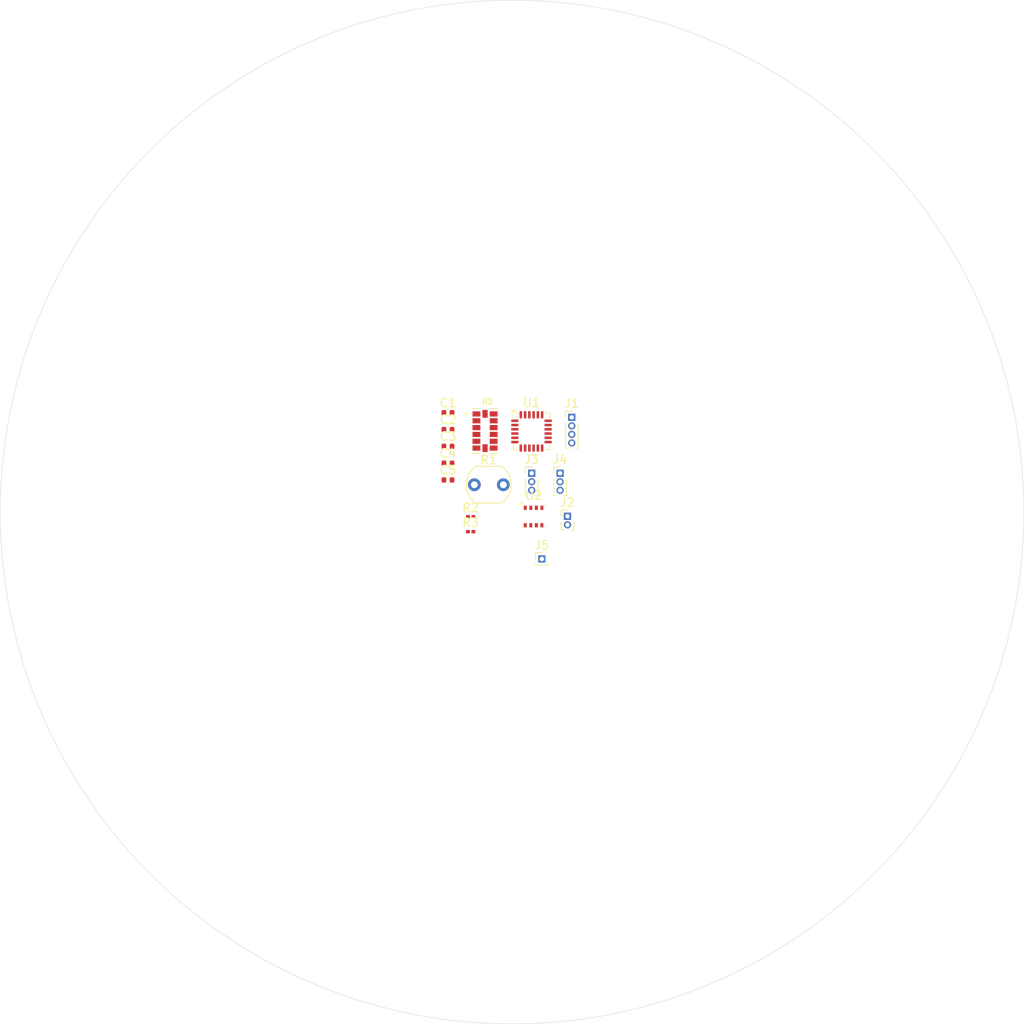
<source format=kicad_pcb>
(kicad_pcb (version 20241229) (generator "pcbnew") (generator_version "9.0")
  (layers (0 "F.Cu" signal) (2 "B.Cu" signal) (13 "F.Paste" user) (15 "B.Paste" user) (5 "F.SilkS" user "F.Silkscreen") (7 "B.SilkS" user "B.Silkscreen") (1 "F.Mask" user) (3 "B.Mask" user) (25 "Edge.Cuts" user))
  (net 0 "")
  (net 1 "Net-(U1-CPOUT)")
  (net 2 "Net-(U1-REGOUT)")
  (net 5 "+3.3V")
  (net 6 "GND")
  (net 7 "Net-(J1-Pin_4)")
  (net 8 "Net-(J1-Pin_3)")
  (net 9 "Net-(J1-Pin_1)")
  (net 10 "Net-(J1-Pin_2)")
  (net 11 "Net-(J2-Pin_1)")
  (net 12 "Net-(U2-CSB)")
  (net 13 "Net-(J3-Pin_3)")
  (net 14 "Net-(J3-Pin_1)")
  (net 15 "Net-(J3-Pin_2)")
  (net 16 "Net-(J4-Pin_3)")
  (net 17 "Net-(J4-Pin_1)")
  (net 18 "Net-(J4-Pin_2)")
  (footprint "Connector_PinHeader_1.00mm:PinHeader_1x01_P1.00mm_Vertical" (layer "F.Cu") (at 107 105)
    (property "Reference" "J5" (at 0 -1.61 0) (layer "F.SilkS"))
    (property "Value" "Conn_01x01")
    (fp_line (start -0.745 -0.735) (end 0 -0.735) (stroke (width 0.12)) (layer "F.SilkS"))
    (fp_line (start -0.745 0) (end -0.745 -0.735) (stroke (width 0.12)) (layer "F.SilkS"))
    (fp_line (start -0.745 0.735) (end -0.745 0.61) (stroke (width 0.12)) (layer "F.SilkS"))
    (fp_line (start -0.745 0.735) (end -0.685565 0.735) (stroke (width 0.12)) (layer "F.SilkS"))
    (fp_line (start -0.745 0.735) (end 0.745 0.735) (stroke (width 0.12)) (layer "F.SilkS"))
    (fp_line (start 0.685565 0.735) (end 0.745 0.735) (stroke (width 0.12)) (layer "F.SilkS"))
    (fp_line (start 0.745 0.735) (end 0.745 0.61) (stroke (width 0.12)) (layer "F.SilkS"))
    (pad "1" thru_hole rect (at 0 0) (size 0.85 0.85) (drill 0.5) (layers "*.Cu" "*.Mask") (net 6 "GND"))
  )
  (footprint "Sensor_Motion:InvenSense_QFN-24_4x4mm_P0.5mm" (layer "F.Cu") (at 105.78 90.05)
    (property "Reference" "U1" (at 0 -3.375 0) (layer "F.SilkS"))
    (property "Value" "MPU-6000")
    (fp_line (start -2.15 -1.685) (end -2.15 -1.91) (stroke (width 0.12)) (layer "F.SilkS"))
    (fp_line (start -2.15 2.15) (end -2.15 1.625) (stroke (width 0.12)) (layer "F.SilkS"))
    (fp_line (start -2.15 2.15) (end -1.625 2.15) (stroke (width 0.12)) (layer "F.SilkS"))
    (fp_line (start -1.625 -2.15) (end -1.85 -2.15) (stroke (width 0.12)) (layer "F.SilkS"))
    (fp_line (start 2.15 -2.15) (end 1.625 -2.15) (stroke (width 0.12)) (layer "F.SilkS"))
    (fp_line (start 2.15 -2.15) (end 2.15 -1.625) (stroke (width 0.12)) (layer "F.SilkS"))
    (fp_line (start 2.15 2.15) (end 1.625 2.15) (stroke (width 0.12)) (layer "F.SilkS"))
    (fp_line (start 2.15 2.15) (end 2.15 1.625) (stroke (width 0.12)) (layer "F.SilkS"))
    (fp_poly (pts (xy -2.15 -2.15) (xy -2.39 -2.48) (xy -1.91 -2.48) (xy -2.15 -2.15)) (stroke (width 0.12)) (fill yes) (layer "F.SilkS"))
    (pad "1" smd roundrect (at -1.95 -1.25) (size 0.85 0.3) (layers "F.Cu" "F.Mask" "F.Paste") (net 6 "GND"))
    (pad "2" smd roundrect (at -1.95 -0.75) (size 0.85 0.3) (layers "F.Cu" "F.Mask" "F.Paste"))
    (pad "3" smd roundrect (at -1.95 -0.25) (size 0.85 0.3) (layers "F.Cu" "F.Mask" "F.Paste"))
    (pad "4" smd roundrect (at -1.95 0.25) (size 0.85 0.3) (layers "F.Cu" "F.Mask" "F.Paste"))
    (pad "5" smd roundrect (at -1.95 0.75) (size 0.85 0.3) (layers "F.Cu" "F.Mask" "F.Paste"))
    (pad "6" smd roundrect (at -1.95 1.25) (size 0.85 0.3) (layers "F.Cu" "F.Mask" "F.Paste"))
    (pad "7" smd roundrect (at -1.25 1.95 90) (size 0.85 0.3) (layers "F.Cu" "F.Mask" "F.Paste"))
    (pad "8" smd roundrect (at -0.75 1.95 90) (size 0.85 0.3) (layers "F.Cu" "F.Mask" "F.Paste") (net 5 "+3.3V"))
    (pad "9" smd roundrect (at -0.25 1.95 90) (size 0.85 0.3) (layers "F.Cu" "F.Mask" "F.Paste") (net 10 "Net-(J1-Pin_2)"))
    (pad "10" smd roundrect (at 0.25 1.95 90) (size 0.85 0.3) (layers "F.Cu" "F.Mask" "F.Paste") (net 2 "Net-(U1-REGOUT)"))
    (pad "11" smd roundrect (at 0.75 1.95 90) (size 0.85 0.3) (layers "F.Cu" "F.Mask" "F.Paste") (net 6 "GND"))
    (pad "12" smd roundrect (at 1.25 1.95 90) (size 0.85 0.3) (layers "F.Cu" "F.Mask" "F.Paste") (net 7 "Net-(J1-Pin_4)"))
    (pad "13" smd roundrect (at 1.95 1.25) (size 0.85 0.3) (layers "F.Cu" "F.Mask" "F.Paste") (net 5 "+3.3V"))
    (pad "14" smd roundrect (at 1.95 0.75) (size 0.85 0.3) (layers "F.Cu" "F.Mask" "F.Paste"))
    (pad "15" smd roundrect (at 1.95 0.25) (size 0.85 0.3) (layers "F.Cu" "F.Mask" "F.Paste"))
    (pad "16" smd roundrect (at 1.95 -0.25) (size 0.85 0.3) (layers "F.Cu" "F.Mask" "F.Paste"))
    (pad "17" smd roundrect (at 1.95 -0.75) (size 0.85 0.3) (layers "F.Cu" "F.Mask" "F.Paste"))
    (pad "18" smd roundrect (at 1.95 -1.25) (size 0.85 0.3) (layers "F.Cu" "F.Mask" "F.Paste") (net 6 "GND"))
    (pad "19" smd roundrect (at 1.25 -1.95 90) (size 0.85 0.3) (layers "F.Cu" "F.Mask" "F.Paste"))
    (pad "20" smd roundrect (at 0.75 -1.95 90) (size 0.85 0.3) (layers "F.Cu" "F.Mask" "F.Paste") (net 1 "Net-(U1-CPOUT)"))
    (pad "21" smd roundrect (at 0.25 -1.95 90) (size 0.85 0.3) (layers "F.Cu" "F.Mask" "F.Paste"))
    (pad "22" smd roundrect (at -0.25 -1.95 90) (size 0.85 0.3) (layers "F.Cu" "F.Mask" "F.Paste"))
    (pad "23" smd roundrect (at -0.75 -1.95 90) (size 0.85 0.3) (layers "F.Cu" "F.Mask" "F.Paste") (net 9 "Net-(J1-Pin_1)"))
    (pad "24" smd roundrect (at -1.25 -1.95 90) (size 0.85 0.3) (layers "F.Cu" "F.Mask" "F.Paste") (net 8 "Net-(J1-Pin_3)"))
  )
  (footprint "Resistor_SMD:R_0201_0603Metric" (layer "F.Cu") (at 98.65 100.05)
    (property "Reference" "R2" (at 0 -1.05 0) (layer "F.SilkS"))
    (property "Value" "4.7k")
    (pad "1" smd roundrect (at -0.32 0) (size 0.46 0.4) (layers "F.Cu" "F.Mask") (net 11 "Net-(J2-Pin_1)"))
    (pad "2" smd roundrect (at 0.32 0) (size 0.46 0.4) (layers "F.Cu" "F.Mask") (net 12 "Net-(U2-CSB)"))
  )
  (footprint "OptoDevice:R_LDR_5.1x4.3mm_P3.4mm_Vertical" (layer "F.Cu") (at 99.08 96.3)
    (property "Reference" "R1" (at 1.7 -2.9 0) (layer "F.SilkS"))
    (property "Value" "LDR07")
    (fp_line (start 0.15 -2.15) (end 3.2 -2.15) (stroke (width 0.12)) (layer "F.SilkS"))
    (fp_line (start 0.15 2.15) (end 3.2 2.15) (stroke (width 0.12)) (layer "F.SilkS"))
    (fp_arc (start 0.15 2.15) (mid -0.950438 -0.013368) (end 0.171766 -2.165525) (stroke (width 0.12)) (layer "F.SilkS"))
    (fp_arc (start 3.2 -2.15) (mid 4.321403 -0.027338) (end 3.244513 2.118249) (stroke (width 0.12)) (layer "F.SilkS"))
    (pad "1" thru_hole circle (at 0 0) (size 1.5 1.5) (drill 0.8) (layers "*.Cu" "*.Mask") (net 5 "+3.3V"))
    (pad "2" thru_hole circle (at 3.4 0) (size 1.5 1.5) (drill 0.8) (layers "*.Cu" "*.Mask") (net 6 "GND"))
  )
  (footprint "ADXL375BCCZ-RL7 (1):PQFN80P500X300X100-14N" (layer "F.Cu") (at 100.335 90)
    (property "Reference" "U3" (at 0.282 -3.4564 0) (layer "F.SilkS") (effects (font (size 0.64 0.64))))
    (property "Value" "~")
    (fp_line (start -1.5 -2.625) (end -0.63 -2.625) (stroke (width 0.127)) (layer "F.SilkS"))
    (fp_line (start -1.5 2.625) (end -0.63 2.625) (stroke (width 0.127)) (layer "F.SilkS"))
    (fp_line (start 1.5 -2.625) (end 0.63 -2.625) (stroke (width 0.127)) (layer "F.SilkS"))
    (fp_line (start 1.5 2.625) (end 0.63 2.625) (stroke (width 0.127)) (layer "F.SilkS"))
    (fp_circle (center -2.21 -2) (end -2.11 -2) (stroke (width 0.2)) (fill no) (layer "F.SilkS"))
    (pad "1" smd rect (at -1.01 -2) (size 0.92 0.61) (layers "F.Cu" "F.Paste"))
    (pad "2" smd rect (at -1.01 -1.2) (size 0.92 0.61) (layers "F.Cu" "F.Paste") (net 6 "GND"))
    (pad "3" smd rect (at -1.01 -0.4) (size 0.92 0.61) (layers "F.Cu" "F.Paste") (net 5 "+3.3V"))
    (pad "4" smd rect (at -1.01 0.4) (size 0.92 0.61) (layers "F.Cu" "F.Paste") (net 6 "GND"))
    (pad "5" smd rect (at -1.01 1.2) (size 0.92 0.61) (layers "F.Cu" "F.Paste") (net 6 "GND"))
    (pad "6" smd rect (at -1.01 2) (size 0.92 0.61) (layers "F.Cu" "F.Paste") (net 5 "+3.3V"))
    (pad "7" smd rect (at 0 2.01) (size 0.61 0.92) (layers "F.Cu" "F.Paste") (net 16 "Net-(J4-Pin_3)"))
    (pad "8" smd rect (at 1.01 2) (size 0.92 0.61) (layers "F.Cu" "F.Paste") (net 14 "Net-(J3-Pin_1)"))
    (pad "9" smd rect (at 1.01 1.2) (size 0.92 0.61) (layers "F.Cu" "F.Paste") (net 15 "Net-(J3-Pin_2)"))
    (pad "10" smd rect (at 1.01 0.4) (size 0.92 0.61) (layers "F.Cu" "F.Paste") (net 13 "Net-(J3-Pin_3)"))
    (pad "11" smd rect (at 1.01 -0.4) (size 0.92 0.61) (layers "F.Cu" "F.Paste") (net 6 "GND"))
    (pad "12" smd rect (at 1.01 -1.2) (size 0.92 0.61) (layers "F.Cu" "F.Paste") (net 6 "GND"))
    (pad "13" smd rect (at 1.01 -2) (size 0.92 0.61) (layers "F.Cu" "F.Paste") (net 18 "Net-(J4-Pin_2)"))
    (pad "14" smd rect (at 0 -2.01) (size 0.61 0.92) (layers "F.Cu" "F.Paste") (net 17 "Net-(J4-Pin_1)"))
  )
  (footprint "Capacitor_SMD:C_0402_1005Metric" (layer "F.Cu") (at 95.99 89.83)
    (property "Reference" "C2" (at 0 -1.16 0) (layer "F.SilkS"))
    (property "Value" "0.1n")
    (fp_line (start -0.107836 -0.36) (end 0.107836 -0.36) (stroke (width 0.12)) (layer "F.SilkS"))
    (fp_line (start -0.107836 0.36) (end 0.107836 0.36) (stroke (width 0.12)) (layer "F.SilkS"))
    (pad "1" smd roundrect (at -0.48 0) (size 0.56 0.62) (layers "F.Cu" "F.Mask" "F.Paste") (net 5 "+3.3V"))
    (pad "2" smd roundrect (at 0.48 0) (size 0.56 0.62) (layers "F.Cu" "F.Mask" "F.Paste") (net 6 "GND"))
  )
  (footprint "Capacitor_SMD:C_0402_1005Metric" (layer "F.Cu") (at 95.99 87.86)
    (property "Reference" "C1" (at 0 -1.16 0) (layer "F.SilkS"))
    (property "Value" "2.2n")
    (fp_line (start -0.107836 -0.36) (end 0.107836 -0.36) (stroke (width 0.12)) (layer "F.SilkS"))
    (fp_line (start -0.107836 0.36) (end 0.107836 0.36) (stroke (width 0.12)) (layer "F.SilkS"))
    (pad "1" smd roundrect (at -0.48 0) (size 0.56 0.62) (layers "F.Cu" "F.Mask" "F.Paste") (net 6 "GND"))
    (pad "2" smd roundrect (at 0.48 0) (size 0.56 0.62) (layers "F.Cu" "F.Mask" "F.Paste") (net 1 "Net-(U1-CPOUT)"))
  )
  (footprint "Capacitor_SMD:C_0402_1005Metric" (layer "F.Cu") (at 95.99 93.77)
    (property "Reference" "C4" (at 0 -1.16 0) (layer "F.SilkS"))
    (property "Value" "100n")
    (fp_line (start -0.107836 -0.36) (end 0.107836 -0.36) (stroke (width 0.12)) (layer "F.SilkS"))
    (fp_line (start -0.107836 0.36) (end 0.107836 0.36) (stroke (width 0.12)) (layer "F.SilkS"))
    (pad "1" smd roundrect (at -0.48 0) (size 0.56 0.62) (layers "F.Cu" "F.Mask" "F.Paste") (net 5 "+3.3V"))
    (pad "2" smd roundrect (at 0.48 0) (size 0.56 0.62) (layers "F.Cu" "F.Mask" "F.Paste") (net 6 "GND"))
  )
  (footprint "Resistor_SMD:R_0201_0603Metric" (layer "F.Cu") (at 98.65 101.8)
    (property "Reference" "R3" (at 0 -1.05 0) (layer "F.SilkS"))
    (property "Value" "4.7k")
    (pad "1" smd roundrect (at -0.32 0) (size 0.46 0.4) (layers "F.Cu" "F.Mask") (net 11 "Net-(J2-Pin_1)"))
    (pad "2" smd roundrect (at 0.32 0) (size 0.46 0.4) (layers "F.Cu" "F.Mask") (net 12 "Net-(U2-CSB)"))
  )
  (footprint "Capacitor_SMD:C_0402_1005Metric" (layer "F.Cu") (at 95.99 95.74)
    (property "Reference" "C5" (at 0 -1.16 0) (layer "F.SilkS"))
    (property "Value" "100n")
    (fp_line (start -0.107836 -0.36) (end 0.107836 -0.36) (stroke (width 0.12)) (layer "F.SilkS"))
    (fp_line (start -0.107836 0.36) (end 0.107836 0.36) (stroke (width 0.12)) (layer "F.SilkS"))
    (pad "1" smd roundrect (at -0.48 0) (size 0.56 0.62) (layers "F.Cu" "F.Mask" "F.Paste") (net 11 "Net-(J2-Pin_1)"))
    (pad "2" smd roundrect (at 0.48 0) (size 0.56 0.62) (layers "F.Cu" "F.Mask" "F.Paste") (net 6 "GND"))
  )
  (footprint "Connector_PinHeader_1.00mm:PinHeader_1x03_P1.00mm_Vertical" (layer "F.Cu") (at 105.8 94.95)
    (property "Reference" "J3" (at 0 -1.61 0) (layer "F.SilkS"))
    (property "Value" "Conn_01x03")
    (fp_line (start -0.745 -0.735) (end 0 -0.735) (stroke (width 0.12)) (layer "F.SilkS"))
    (fp_line (start -0.745 0) (end -0.745 -0.735) (stroke (width 0.12)) (layer "F.SilkS"))
    (fp_line (start -0.745 0.735) (end -0.745 2.61) (stroke (width 0.12)) (layer "F.SilkS"))
    (fp_line (start -0.745 0.735) (end -0.685565 0.735) (stroke (width 0.12)) (layer "F.SilkS"))
    (fp_line (start -0.745 2.61) (end -0.41003 2.61) (stroke (width 0.12)) (layer "F.SilkS"))
    (fp_line (start 0.41003 2.61) (end 0.745 2.61) (stroke (width 0.12)) (layer "F.SilkS"))
    (fp_line (start 0.685565 0.735) (end 0.745 0.735) (stroke (width 0.12)) (layer "F.SilkS"))
    (fp_line (start 0.745 0.735) (end 0.745 2.61) (stroke (width 0.12)) (layer "F.SilkS"))
    (pad "1" thru_hole rect (at 0 0) (size 0.85 0.85) (drill 0.5) (layers "*.Cu" "*.Mask") (net 14 "Net-(J3-Pin_1)"))
    (pad "2" thru_hole circle (at 0 1) (size 0.85 0.85) (drill 0.5) (layers "*.Cu" "*.Mask") (net 15 "Net-(J3-Pin_2)"))
    (pad "3" thru_hole circle (at 0 2) (size 0.85 0.85) (drill 0.5) (layers "*.Cu" "*.Mask") (net 13 "Net-(J3-Pin_3)"))
  )
  (footprint "Connector_PinHeader_1.00mm:PinHeader_1x04_P1.00mm_Vertical" (layer "F.Cu") (at 110.5 88.4)
    (property "Reference" "J1" (at 0 -1.61 0) (layer "F.SilkS"))
    (property "Value" "MCU Conn_01x04")
    (fp_line (start -0.745 -0.735) (end 0 -0.735) (stroke (width 0.12)) (layer "F.SilkS"))
    (fp_line (start -0.745 0) (end -0.745 -0.735) (stroke (width 0.12)) (layer "F.SilkS"))
    (fp_line (start -0.745 0.735) (end -0.745 3.61) (stroke (width 0.12)) (layer "F.SilkS"))
    (fp_line (start -0.745 0.735) (end -0.685565 0.735) (stroke (width 0.12)) (layer "F.SilkS"))
    (fp_line (start -0.745 3.61) (end -0.41003 3.61) (stroke (width 0.12)) (layer "F.SilkS"))
    (fp_line (start 0.41003 3.61) (end 0.745 3.61) (stroke (width 0.12)) (layer "F.SilkS"))
    (fp_line (start 0.685565 0.735) (end 0.745 0.735) (stroke (width 0.12)) (layer "F.SilkS"))
    (fp_line (start 0.745 0.735) (end 0.745 3.61) (stroke (width 0.12)) (layer "F.SilkS"))
    (pad "1" thru_hole rect (at 0 0) (size 0.85 0.85) (drill 0.5) (layers "*.Cu" "*.Mask") (net 9 "Net-(J1-Pin_1)"))
    (pad "2" thru_hole circle (at 0 1) (size 0.85 0.85) (drill 0.5) (layers "*.Cu" "*.Mask") (net 10 "Net-(J1-Pin_2)"))
    (pad "3" thru_hole circle (at 0 2) (size 0.85 0.85) (drill 0.5) (layers "*.Cu" "*.Mask") (net 8 "Net-(J1-Pin_3)"))
    (pad "4" thru_hole circle (at 0 3) (size 0.85 0.85) (drill 0.5) (layers "*.Cu" "*.Mask") (net 7 "Net-(J1-Pin_4)"))
  )
  (footprint "Capacitor_SMD:C_0402_1005Metric" (layer "F.Cu") (at 95.99 91.8)
    (property "Reference" "C3" (at 0 -1.16 0) (layer "F.SilkS"))
    (property "Value" "0.1μ")
    (fp_line (start -0.107836 -0.36) (end 0.107836 -0.36) (stroke (width 0.12)) (layer "F.SilkS"))
    (fp_line (start -0.107836 0.36) (end 0.107836 0.36) (stroke (width 0.12)) (layer "F.SilkS"))
    (pad "1" smd roundrect (at -0.48 0) (size 0.56 0.62) (layers "F.Cu" "F.Mask" "F.Paste") (net 6 "GND"))
    (pad "2" smd roundrect (at 0.48 0) (size 0.56 0.62) (layers "F.Cu" "F.Mask" "F.Paste") (net 2 "Net-(U1-REGOUT)"))
  )
  (footprint "Connector_PinHeader_1.00mm:PinHeader_1x03_P1.00mm_Vertical" (layer "F.Cu") (at 109.13 94.95)
    (property "Reference" "J4" (at 0 -1.61 0) (layer "F.SilkS"))
    (property "Value" "Conn_01x03")
    (fp_line (start -0.745 -0.735) (end 0 -0.735) (stroke (width 0.12)) (layer "F.SilkS"))
    (fp_line (start -0.745 0) (end -0.745 -0.735) (stroke (width 0.12)) (layer "F.SilkS"))
    (fp_line (start -0.745 0.735) (end -0.745 2.61) (stroke (width 0.12)) (layer "F.SilkS"))
    (fp_line (start -0.745 0.735) (end -0.685565 0.735) (stroke (width 0.12)) (layer "F.SilkS"))
    (fp_line (start -0.745 2.61) (end -0.41003 2.61) (stroke (width 0.12)) (layer "F.SilkS"))
    (fp_line (start 0.41003 2.61) (end 0.745 2.61) (stroke (width 0.12)) (layer "F.SilkS"))
    (fp_line (start 0.685565 0.735) (end 0.745 0.735) (stroke (width 0.12)) (layer "F.SilkS"))
    (fp_line (start 0.745 0.735) (end 0.745 2.61) (stroke (width 0.12)) (layer "F.SilkS"))
    (pad "1" thru_hole rect (at 0 0) (size 0.85 0.85) (drill 0.5) (layers "*.Cu" "*.Mask") (net 17 "Net-(J4-Pin_1)"))
    (pad "2" thru_hole circle (at 0 1) (size 0.85 0.85) (drill 0.5) (layers "*.Cu" "*.Mask") (net 18 "Net-(J4-Pin_2)"))
    (pad "3" thru_hole circle (at 0 2) (size 0.85 0.85) (drill 0.5) (layers "*.Cu" "*.Mask") (net 16 "Net-(J4-Pin_3)"))
  )
  (footprint "Package_LGA:Bosch_LGA-8_2.5x2.5mm_P0.65mm_ClockwisePinNumbering" (layer "F.Cu") (at 106.025 100.025)
    (property "Reference" "U2" (at 0.015 -2.465 0) (layer "F.SilkS"))
    (property "Value" "BME280")
    (fp_line (start -1.35 1.35) (end -1.35 1.2) (stroke (width 0.1)) (layer "F.SilkS"))
    (fp_line (start -1.35 1.36) (end -1.2 1.36) (stroke (width 0.1)) (layer "F.SilkS"))
    (fp_line (start 1.2 -1.35) (end 1.35 -1.35) (stroke (width 0.1)) (layer "F.SilkS"))
    (fp_line (start 1.35 -1.35) (end 1.35 -1.2) (stroke (width 0.1)) (layer "F.SilkS"))
    (fp_line (start 1.35 1.35) (end 1.2 1.35) (stroke (width 0.1)) (layer "F.SilkS"))
    (fp_line (start 1.35 1.35) (end 1.35 1.2) (stroke (width 0.1)) (layer "F.SilkS"))
    (fp_poly (pts (xy -1.35 -1.35) (xy -1.71 -1.35) (xy -1.35 -1.71) (xy -1.35 -1.35)) (stroke (width 0.12)) (fill yes) (layer "F.SilkS"))
    (pad "1" smd rect (at -0.975 -1.025 90) (size 0.5 0.35) (layers "F.Cu" "F.Mask" "F.Paste") (net 6 "GND"))
    (pad "2" smd rect (at -0.325 -1.025 90) (size 0.5 0.35) (layers "F.Cu" "F.Mask" "F.Paste") (net 12 "Net-(U2-CSB)"))
    (pad "3" smd rect (at 0.325 -1.025 90) (size 0.5 0.35) (layers "F.Cu" "F.Mask" "F.Paste") (net 11 "Net-(J2-Pin_1)"))
    (pad "4" smd rect (at 0.975 -1.025 90) (size 0.5 0.35) (layers "F.Cu" "F.Mask" "F.Paste") (net 11 "Net-(J2-Pin_1)"))
    (pad "5" smd rect (at 0.975 1.025 90) (size 0.5 0.35) (layers "F.Cu" "F.Mask" "F.Paste") (net 6 "GND"))
    (pad "6" smd rect (at 0.325 1.025 90) (size 0.5 0.35) (layers "F.Cu" "F.Mask" "F.Paste") (net 11 "Net-(J2-Pin_1)"))
    (pad "7" smd rect (at -0.325 1.025 90) (size 0.5 0.35) (layers "F.Cu" "F.Mask" "F.Paste") (net 6 "GND"))
    (pad "8" smd rect (at -0.975 1.025 90) (size 0.5 0.35) (layers "F.Cu" "F.Mask" "F.Paste") (net 5 "+3.3V"))
  )
  (footprint "Connector_PinHeader_1.00mm:PinHeader_1x02_P1.00mm_Vertical" (layer "F.Cu") (at 110 100)
    (property "Reference" "J2" (at 0 -1.61 0) (layer "F.SilkS"))
    (property "Value" "Conn_01x02")
    (fp_line (start -0.745 -0.735) (end 0 -0.735) (stroke (width 0.12)) (layer "F.SilkS"))
    (fp_line (start -0.745 0) (end -0.745 -0.735) (stroke (width 0.12)) (layer "F.SilkS"))
    (fp_line (start -0.745 0.735) (end -0.745 1.61) (stroke (width 0.12)) (layer "F.SilkS"))
    (fp_line (start -0.745 0.735) (end -0.685565 0.735) (stroke (width 0.12)) (layer "F.SilkS"))
    (fp_line (start -0.745 1.61) (end -0.41003 1.61) (stroke (width 0.12)) (layer "F.SilkS"))
    (fp_line (start 0.41003 1.61) (end 0.745 1.61) (stroke (width 0.12)) (layer "F.SilkS"))
    (fp_line (start 0.685565 0.735) (end 0.745 0.735) (stroke (width 0.12)) (layer "F.SilkS"))
    (fp_line (start 0.745 0.735) (end 0.745 1.61) (stroke (width 0.12)) (layer "F.SilkS"))
    (pad "1" thru_hole rect (at 0 0) (size 0.85 0.85) (drill 0.5) (layers "*.Cu" "*.Mask") (net 11 "Net-(J2-Pin_1)"))
    (pad "2" thru_hole circle (at 0 1) (size 0.85 0.85) (drill 0.5) (layers "*.Cu" "*.Mask") (net 11 "Net-(J2-Pin_1)"))
  )
  (gr_circle (center 103.5 99.5) (end 163.5 99.5) (stroke (width 0.05)) (fill no) (layer "Edge.Cuts"))
)
</source>
